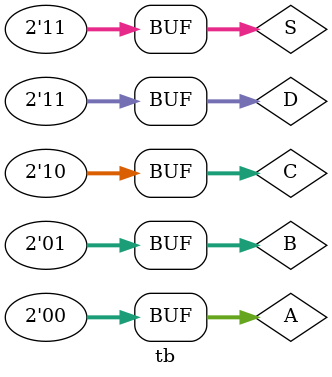
<source format=v>
module tb();
reg [1:0] A,B,C,D;
reg [1:0] S;
wire Y;
mux dut(
     .A(A),
     .B(B),
     .C(C),
     .D(D),
     .S(S),
     .Y(Y)
);
initial begin 
     A <= 2'b00;
     B <= 2'b01;
     C <= 2'b10;
     D <= 2'b11;
    #20;
    
    S <= 2'b00;
    #10;
    S <= 2'b01;
    #10;
    S <= 2'b10;
    #10;
    S <= 2'b11;
    #10;
end
initial begin
  $dumpfile("muxcase.vcd");
  $dumpvars( 0, tb);
  end
endmodule



</source>
